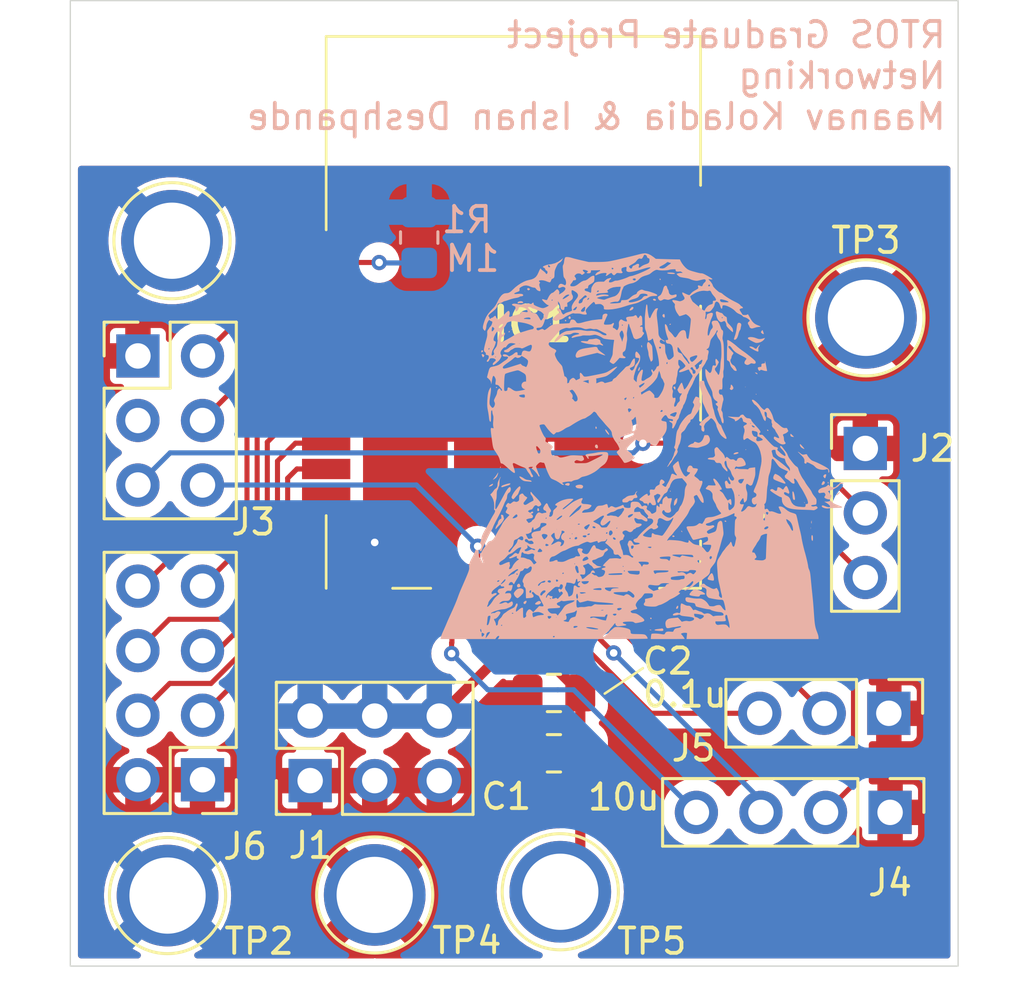
<source format=kicad_pcb>
(kicad_pcb (version 20240108) (generator "pcbnew") (generator_version "8.0")
  (layers (0 "F.Cu" signal) (31 "B.Cu" signal) (34 "B.Paste" user) (35 "F.Paste" user) (36 "B.SilkS" user "B.Silkscreen") (37 "F.SilkS" user "F.Silkscreen") (38 "B.Mask" user) (39 "F.Mask" user) (44 "Edge.Cuts" user))
  (net 0 "")
  (net 1 "GND")
  (net 2 "/1P3V")
  (net 4 "/IRQN")
  (net 5 "/SD_DAT3")
  (net 6 "/GPIO_6")
  (net 7 "/SPI_CLK")
  (net 9 "+3.3V")
  (net 10 "/UART_RX")
  (net 11 "/WAKE")
  (net 12 "/I2C_SCL")
  (net 13 "/SPI_SDI")
  (net 14 "/SD_CLK")
  (net 16 "/GPIO_4")
  (net 17 "/RESET_N")
  (net 18 "/SPI_CS")
  (net 19 "/C_EN")
  (net 20 "/UART_TX")
  (net 21 "Net-(IC1-SDIO_SPI_CFG)")
  (net 23 "/SPI_SDO")
  (net 24 "/I2C_SDA")
  (net 25 "/GPIO_1")
  (footprint "Connector_PinHeader_2.54mm:PinHeader_1x04_P2.54mm_Vertical" (layer "F.Cu") (at 161.575 115.825 -90)
    (property "Reference" "J4" (at 2.775 0 180) (layer "F.SilkS"))
    (property "Value" "GPIO_Conn_01x04")
    (pad "1" thru_hole rect (at 0 0 270) (size 1.7 1.7) (drill 1) (layers "*.Cu" "*.Mask") (net 1 "GND"))
    (pad "2" thru_hole oval (at 0 2.54 270) (size 1.7 1.7) (drill 1) (layers "*.Cu" "*.Mask") (net 6 "/GPIO_6"))
    (pad "3" thru_hole oval (at 0 5.08 270) (size 1.7 1.7) (drill 1) (layers "*.Cu" "*.Mask") (net 16 "/GPIO_4"))
    (pad "4" thru_hole oval (at 0 7.62 270) (size 1.7 1.7) (drill 1) (layers "*.Cu" "*.Mask") (net 25 "/GPIO_1"))
  )
  (footprint "Connector_PinHeader_2.54mm:PinHeader_2x03_P2.54mm_Vertical" (layer "F.Cu") (at 131.985 97.86)
    (property "Reference" "J3" (at 4.54 6.54 0) (layer "F.SilkS"))
    (property "Value" "Misc_Conn_02x03")
    (pad "1" thru_hole rect (at 0 0) (size 1.7 1.7) (drill 1) (layers "*.Cu" "*.Mask") (net 1 "GND"))
    (pad "2" thru_hole oval (at 2.54 0) (size 1.7 1.7) (drill 1) (layers "*.Cu" "*.Mask") (net 11 "/WAKE"))
    (pad "3" thru_hole oval (at 0 2.54) (size 1.7 1.7) (drill 1) (layers "*.Cu" "*.Mask"))
    (pad "4" thru_hole oval (at 2.54 2.54) (size 1.7 1.7) (drill 1) (layers "*.Cu" "*.Mask") (net 4 "/IRQN"))
    (pad "5" thru_hole oval (at 0 5.08) (size 1.7 1.7) (drill 1) (layers "*.Cu" "*.Mask") (net 17 "/RESET_N"))
    (pad "6" thru_hole oval (at 2.54 5.08) (size 1.7 1.7) (drill 1) (layers "*.Cu" "*.Mask") (net 19 "/C_EN"))
  )
  (footprint "Connector_PinHeader_2.54mm:PinHeader_1x03_P2.54mm_Vertical" (layer "F.Cu") (at 160.6 101.5)
    (property "Reference" "J2" (at 2.65 0 0) (layer "F.SilkS"))
    (property "Value" "I2C_Conn_01x03")
    (pad "1" thru_hole rect (at 0 0) (size 1.7 1.7) (drill 1) (layers "*.Cu" "*.Mask") (net 1 "GND"))
    (pad "2" thru_hole oval (at 0 2.54) (size 1.7 1.7) (drill 1) (layers "*.Cu" "*.Mask") (net 24 "/I2C_SDA"))
    (pad "3" thru_hole oval (at 0 5.08) (size 1.7 1.7) (drill 1) (layers "*.Cu" "*.Mask") (net 12 "/I2C_SCL"))
  )
  (footprint "Connector_PinHeader_2.54mm:PinHeader_2x04_P2.54mm_Vertical" (layer "F.Cu") (at 134.525 114.54 180)
    (property "Reference" "J6" (at -1.675 -2.625 0) (layer "F.SilkS"))
    (property "Value" "SPI_Conn_02x04")
    (pad "1" thru_hole rect (at 0 0 180) (size 1.7 1.7) (drill 1) (layers "*.Cu" "*.Mask") (net 1 "GND"))
    (pad "2" thru_hole oval (at 2.54 0 180) (size 1.7 1.7) (drill 1) (layers "*.Cu" "*.Mask") (net 1 "GND"))
    (pad "3" thru_hole oval (at 0 2.54 180) (size 1.7 1.7) (drill 1) (layers "*.Cu" "*.Mask") (net 14 "/SD_CLK"))
    (pad "4" thru_hole oval (at 2.54 2.54 180) (size 1.7 1.7) (drill 1) (layers "*.Cu" "*.Mask") (net 7 "/SPI_CLK"))
    (pad "5" thru_hole oval (at 0 5.08 180) (size 1.7 1.7) (drill 1) (layers "*.Cu" "*.Mask") (net 23 "/SPI_SDO"))
    (pad "6" thru_hole oval (at 2.54 5.08 180) (size 1.7 1.7) (drill 1) (layers "*.Cu" "*.Mask") (net 18 "/SPI_CS"))
    (pad "7" thru_hole oval (at 0 7.62 180) (size 1.7 1.7) (drill 1) (layers "*.Cu" "*.Mask") (net 13 "/SPI_SDI"))
    (pad "8" thru_hole oval (at 2.54 7.62 180) (size 1.7 1.7) (drill 1) (layers "*.Cu" "*.Mask") (net 5 "/SD_DAT3"))
  )
  (footprint "TestPoint:TestPoint_Plated_Hole_D3.0mm" (layer "F.Cu") (at 160.625 96.36)
    (property "Reference" "TP3" (at 0 -3.048 0) (layer "F.SilkS"))
    (property "Value" "GND")
    (pad "1" thru_hole circle (at 0 0) (size 4 4) (drill 3) (layers "*.Cu" "*.Mask") (net 1 "GND"))
  )
  (footprint "TestPoint:TestPoint_Plated_Hole_D3.0mm" (layer "F.Cu") (at 133.15 119.1)
    (property "Reference" "TP2" (at 3.6 1.8 180) (layer "F.SilkS"))
    (property "Value" "3.3V")
    (pad "1" thru_hole circle (at 0 0) (size 4 4) (drill 3) (layers "*.Cu" "*.Mask") (net 9 "+3.3V"))
  )
  (footprint "Capacitor_SMD:C_0805_2012Metric_Pad1.18x1.45mm_HandSolder" (layer "F.Cu") (at 148.35 113.5 180)
    (property "Reference" "C1" (at 1.875 -1.7 180) (layer "F.SilkS"))
    (property "Value" "10u" (at -2.75 -1.725 0) (layer "F.SilkS"))
    (pad "1" smd roundrect (at -1.0375 0 180) (size 1.175 1.45) (layers "F.Cu" "F.Paste" "F.Mask") (roundrect_rratio 0.212766) (net 2 "/1P3V"))
    (pad "2" smd roundrect (at 1.0375 0 180) (size 1.175 1.45) (layers "F.Cu" "F.Paste" "F.Mask") (roundrect_rratio 0.212766) (net 1 "GND"))
  )
  (footprint "TestPoint:TestPoint_Plated_Hole_D3.0mm" (layer "F.Cu") (at 133.325 93.325)
    (property "Reference" "TP1" (hide yes))
    (property "Value" "3.3V")
    (pad "1" thru_hole circle (at 0 0) (size 4 4) (drill 3) (layers "*.Cu" "*.Mask") (net 9 "+3.3V"))
  )
  (footprint "Connector_PinHeader_2.54mm:PinHeader_1x03_P2.54mm_Vertical" (layer "F.Cu") (at 161.525 111.925 -90)
    (property "Reference" "J5" (at 1.375 7.68 0) (layer "F.SilkS"))
    (property "Value" "UART_Conn_01x03")
    (pad "1" thru_hole rect (at 0 0 270) (size 1.7 1.7) (drill 1) (layers "*.Cu" "*.Mask") (net 1 "GND"))
    (pad "2" thru_hole oval (at 0 2.54 270) (size 1.7 1.7) (drill 1) (layers "*.Cu" "*.Mask") (net 20 "/UART_TX"))
    (pad "3" thru_hole oval (at 0 5.08 270) (size 1.7 1.7) (drill 1) (layers "*.Cu" "*.Mask") (net 10 "/UART_RX"))
  )
  (footprint "TestPoint:TestPoint_Plated_Hole_D3.0mm" (layer "F.Cu") (at 148.6 118.95 180)
    (property "Reference" "TP5" (at -3.6 -1.95 180) (layer "F.SilkS"))
    (property "Value" "1P3V")
    (pad "1" thru_hole circle (at 0 0 180) (size 4 4) (drill 3) (layers "*.Cu" "*.Mask") (net 2 "/1P3V"))
  )
  (footprint "Capacitor_SMD:C_0805_2012Metric_Pad1.18x1.45mm_HandSolder" (layer "F.Cu") (at 148.35 111.125 180)
    (property "Reference" "C2" (at -4.475 1.25 180) (layer "F.SilkS"))
    (property "Value" "0.1u" (at -5.15 -0.05 0) (layer "F.SilkS"))
    (pad "1" smd roundrect (at -1.0375 0 180) (size 1.175 1.45) (layers "F.Cu" "F.Paste" "F.Mask") (roundrect_rratio 0.212766) (net 2 "/1P3V"))
    (pad "2" smd roundrect (at 1.0375 0 180) (size 1.175 1.45) (layers "F.Cu" "F.Paste" "F.Mask") (roundrect_rratio 0.212766) (net 1 "GND"))
  )
  (footprint "TestPoint:TestPoint_Plated_Hole_D3.0mm" (layer "F.Cu") (at 141.3 119.075)
    (property "Reference" "TP4" (at 3.625 1.8 180) (layer "F.SilkS"))
    (property "Value" "GND")
    (pad "1" thru_hole circle (at 0 0) (size 4 4) (drill 3) (layers "*.Cu" "*.Mask") (net 1 "GND"))
  )
  (footprint "Connector_PinHeader_2.54mm:PinHeader_2x03_P2.54mm_Vertical" (layer "F.Cu") (at 138.76 114.575 90)
    (property "Reference" "J1" (at -2.55 0.015 0) (layer "F.SilkS"))
    (property "Value" "Conn_02x03_Odd_Even")
    (pad "1" thru_hole rect (at 0 0 90) (size 1.7 1.7) (drill 1) (layers "*.Cu" "*.Mask") (net 1 "GND"))
    (pad "2" thru_hole oval (at 2.54 0 90) (size 1.7 1.7) (drill 1) (layers "*.Cu" "*.Mask") (net 9 "+3.3V"))
    (pad "3" thru_hole oval (at 0 2.54 90) (size 1.7 1.7) (drill 1) (layers "*.Cu" "*.Mask") (net 1 "GND"))
    (pad "4" thru_hole oval (at 2.54 2.54 90) (size 1.7 1.7) (drill 1) (layers "*.Cu" "*.Mask") (net 9 "+3.3V"))
    (pad "5" thru_hole oval (at 0 5.08 90) (size 1.7 1.7) (drill 1) (layers "*.Cu" "*.Mask") (net 1 "GND"))
    (pad "6" thru_hole oval (at 2.54 5.08 90) (size 1.7 1.7) (drill 1) (layers "*.Cu" "*.Mask") (net 9 "+3.3V"))
  )
  (footprint "LIB_ATWILC1000-MR110PB-T:ATWILC1000MR110PBT" (layer "F.Cu") (at 146.755 96.145)
    (property "Reference" "IC1" (at 0.742 0.475 0) (layer "F.SilkS") (effects (font (size 1.27 1.27) (thickness 0.254))))
    (property "Value" "ATWILC1000-MR110PB-T" (hide yes))
    (pad "29" smd rect (at -0.485 4.59 90) (size 3.7 3.7) (layers "F.Cu" "F.Paste" "F.Mask") (net 1 "GND"))
    (pad "J1" smd rect (at 7.365 8.19 90) (size 0.8 1.9) (layers "F.Cu" "F.Paste" "F.Mask") (net 6 "/GPIO_6"))
    (pad "J2" smd rect (at 7.365 7.18 90) (size 0.8 1.9) (layers "F.Cu" "F.Paste" "F.Mask") (net 12 "/I2C_SCL"))
    (pad "J3" smd rect (at 7.365 6.164 90) (size 0.8 1.9) (layers "F.Cu" "F.Paste" "F.Mask") (net 24 "/I2C_SDA"))
    (pad "J4" smd rect (at 7.365 5.148 90) (size 0.8 1.9) (layers "F.Cu" "F.Paste" "F.Mask") (net 17 "/RESET_N"))
    (pad "J5" smd rect (at 7.365 1.084 90) (size 0.8 1.9) (layers "F.Cu" "F.Paste" "F.Mask"))
    (pad "J6" smd rect (at 7.365 -0.948 90) (size 0.8 1.9) (layers "F.Cu" "F.Paste" "F.Mask"))
    (pad "J7" smd rect (at 7.365 -1.964 90) (size 0.8 1.9) (layers "F.Cu" "F.Paste" "F.Mask"))
    (pad "J8" smd rect (at 7.365 -2.98 90) (size 0.8 1.9) (layers "F.Cu" "F.Paste" "F.Mask"))
    (pad "J9" smd rect (at 7.365 -3.996 90) (size 0.8 1.9) (layers "F.Cu" "F.Paste" "F.Mask") (net 1 "GND"))
    (pad "J10" smd rect (at -7.365 -1.964 90) (size 0.8 1.9) (layers "F.Cu" "F.Paste" "F.Mask") (net 21 "Net-(IC1-SDIO_SPI_CFG)"))
    (pad "J11" smd rect (at -7.365 -0.948 90) (size 0.8 1.9) (layers "F.Cu" "F.Paste" "F.Mask") (net 11 "/WAKE"))
    (pad "J12" smd rect (at -7.365 0.068 90) (size 0.8 1.9) (layers "F.Cu" "F.Paste" "F.Mask") (net 1 "GND"))
    (pad "J13" smd rect (at -7.365 1.084 90) (size 0.8 1.9) (layers "F.Cu" "F.Paste" "F.Mask") (net 4 "/IRQN"))
    (pad "J14" smd rect (at -7.365 2.1 90) (size 0.8 1.9) (layers "F.Cu" "F.Paste" "F.Mask") (net 5 "/SD_DAT3"))
    (pad "J15" smd rect (at -7.365 3.116 90) (size 0.8 1.9) (layers "F.Cu" "F.Paste" "F.Mask") (net 13 "/SPI_SDI"))
    (pad "J16" smd rect (at -7.365 4.132 90) (size 0.8 1.9) (layers "F.Cu" "F.Paste" "F.Mask") (net 18 "/SPI_CS"))
    (pad "J17" smd rect (at -7.365 5.148 90) (size 0.8 1.9) (layers "F.Cu" "F.Paste" "F.Mask") (net 23 "/SPI_SDO"))
    (pad "J18" smd rect (at -7.365 6.164 90) (size 0.8 1.9) (layers "F.Cu" "F.Paste" "F.Mask") (net 7 "/SPI_CLK"))
    (pad "J19" smd rect (at -7.365 7.18 90) (size 0.8 1.9) (layers "F.Cu" "F.Paste" "F.Mask") (net 14 "/SD_CLK"))
    (pad "J20" smd rect (at -5.465 10.86) (size 0.8 1.9) (layers "F.Cu" "F.Paste" "F.Mask") (net 9 "+3.3V"))
    (pad "J21" smd rect (at -2.417 10.86) (size 0.8 1.9) (layers "F.Cu" "F.Paste" "F.Mask") (net 25 "/GPIO_1"))
    (pad "J22" smd rect (at -1.401 10.86) (size 0.8 1.9) (layers "F.Cu" "F.Paste" "F.Mask") (net 19 "/C_EN"))
    (pad "J23" smd rect (at -0.385 10.86) (size 0.8 1.9) (layers "F.Cu" "F.Paste" "F.Mask") (net 9 "+3.3V"))
    (pad "J24" smd rect (at 0.631 10.86) (size 0.8 1.9) (layers "F.Cu" "F.Paste" "F.Mask") (net 2 "/1P3V"))
    (pad "J25" smd rect (at 1.647 10.86) (size 0.8 1.9) (layers "F.Cu" "F.Paste" "F.Mask") (net 10 "/UART_RX"))
    (pad "J26" smd rect (at 2.663 10.86) (size 0.8 1.9) (layers "F.Cu" "F.Paste" "F.Mask") (net 16 "/GPIO_4"))
    (pad "J27" smd rect (at 3.679 10.86) (size 0.8 1.9) (layers "F.Cu" "F.Paste" "F.Mask") (net 20 "/UART_TX"))
    (pad "J28" smd rect (at 4.695 10.86) (size 0.8 1.9) (layers "F.Cu" "F.Paste" "F.Mask") (net 1 "GND"))
  )
  (footprint "footprints:troll" (layer "B.Cu") (at 149.475 99.625 180)
    (property "Reference" "G***" (at 0 0 0) (layer "B.SilkS") (effects (font (size 1.5 1.5) (thickness 0.3)) (justify mirror)))
    (property "Value" "LOGO" (hide yes))
  )
  (footprint "Resistor_SMD:R_0805_2012Metric_Pad1.20x1.40mm_HandSolder" (layer "B.Cu") (at 143.05 93.2 -90)
    (property "Reference" "R1" (at -0.7 -1.875 0) (layer "B.SilkS") (effects (justify mirror)))
    (property "Value" "1M" (at 0.825 -2.1 0) (layer "B.SilkS") (effects (justify mirror)))
    (pad "1" smd roundrect (at -1 0 270) (size 1.2 1.4) (layers "B.Cu" "B.Paste" "B.Mask") (roundrect_rratio 0.208333) (net 9 "+3.3V"))
    (pad "2" smd roundrect (at 1 0 270) (size 1.2 1.4) (layers "B.Cu" "B.Paste" "B.Mask") (roundrect_rratio 0.208333) (net 21 "Net-(IC1-SDIO_SPI_CFG)"))
  )
  (gr_line (start 150.35 111.15) (end 151.85 110.15) (stroke (width 0.1)) (layer "F.SilkS"))
  (gr_rect (start 129.325 83.875) (end 164.25 121.875) (stroke (width 0.05)) (fill none) (layer "Edge.Cuts"))
  (gr_text "RTOS Graduate Project\nNetworking\nMaanav Koladia & Ishan Deshpande" (at 163.85 89.025 -0) (layer "B.SilkS") (effects (font (size 1 1)) (justify left bottom mirror)))
  (segment (start 141.748 96.213) (end 146.27 100.735) (width 0.6) (layer "F.Cu") (net 1))
  (segment (start 139.39 96.213) (end 141.748 96.213) (width 0.6) (layer "F.Cu") (net 1))
  (segment (start 137.937 96.213) (end 137.925 96.225) (width 0.6) (layer "F.Cu") (net 1))
  (segment (start 154.12 92.149) (end 156.414 92.149) (width 0.6) (layer "F.Cu") (net 1))
  (segment (start 139.39 96.213) (end 137.937 96.213) (width 0.6) (layer "F.Cu") (net 1))
  (segment (start 156.414 92.149) (end 160.625 96.36) (width 0.6) (layer "F.Cu") (net 1))
  (segment (start 149.3875 118.1625) (end 148.6 118.95) (width 0.4) (layer "F.Cu") (net 2))
  (segment (start 149.3875 113.5) (end 149.3875 118.1625) (width 0.4) (layer "F.Cu") (net 2))
  (segment (start 147.386 109.1235) (end 149.3875 111.125) (width 0.4) (layer "F.Cu") (net 2))
  (segment (start 147.386 107.005) (end 147.386 109.1235) (width 0.4) (layer "F.Cu") (net 2))
  (segment (start 149.3875 111.125) (end 149.3875 113.5) (width 0.4) (layer "F.Cu") (net 2))
  (segment (start 137.696 97.229) (end 139.39 97.229) (width 0.2) (layer "F.Cu") (net 4))
  (segment (start 134.525 100.4) (end 137.696 97.229) (width 0.2) (layer "F.Cu") (net 4))
  (segment (start 136.275 100.1) (end 138.13 98.245) (width 0.2) (layer "F.Cu") (net 5))
  (segment (start 134.191346 104.9) (end 135.975 104.9) (width 0.2) (layer "F.Cu") (net 5))
  (segment (start 136.275 104.6) (end 136.275 100.1) (width 0.2) (layer "F.Cu") (net 5))
  (segment (start 135.975 104.9) (end 136.275 104.6) (width 0.2) (layer "F.Cu") (net 5))
  (segment (start 132.171346 106.92) (end 134.191346 104.9) (width 0.2) (layer "F.Cu") (net 5))
  (segment (start 138.13 98.245) (end 139.39 98.245) (width 0.2) (layer "F.Cu") (net 5))
  (segment (start 131.985 106.92) (end 132.171346 106.92) (width 0.2) (layer "F.Cu") (net 5))
  (segment (start 160.135 110.35) (end 154.12 104.335) (width 0.2) (layer "F.Cu") (net 6))
  (segment (start 160.135 114.725) (end 160.135 110.35) (width 0.2) (layer "F.Cu") (net 6))
  (segment (start 159.035 115.825) (end 160.135 114.725) (width 0.2) (layer "F.Cu") (net 6))
  (segment (start 138.24 102.309) (end 137.875 102.674) (width 0.2) (layer "F.Cu") (net 7))
  (segment (start 137.875 102.674) (end 137.875 107.736346) (width 0.2) (layer "F.Cu") (net 7))
  (segment (start 137.875 107.736346) (end 134.861346 110.75) (width 0.2) (layer "F.Cu") (net 7))
  (segment (start 139.39 102.309) (end 138.24 102.309) (width 0.2) (layer "F.Cu") (net 7))
  (segment (start 133.235 110.75) (end 131.985 112) (width 0.2) (layer "F.Cu") (net 7))
  (segment (start 134.861346 110.75) (end 133.235 110.75) (width 0.2) (layer "F.Cu") (net 7))
  (segment (start 141.29 112.025) (end 141.3 112.035) (width 0.2) (layer "F.Cu") (net 9))
  (segment (start 141.29 107.005) (end 141.29 105.21) (width 0.4) (layer "F.Cu") (net 9))
  (segment (start 146.37 109.505) (end 143.84 112.035) (width 0.4) (layer "F.Cu") (net 9))
  (segment (start 141.29 105.21) (end 141.3 105.2) (width 0.4) (layer "F.Cu") (net 9))
  (segment (start 146.37 107.005) (end 146.37 109.505) (width 0.4) (layer "F.Cu") (net 9))
  (via (at 141.3 105.2) (size 0.6) (drill 0.3) (layers "F.Cu" "B.Cu") (net 9))
  (segment (start 152.172 111.925) (end 156.445 111.925) (width 0.2) (layer "F.Cu") (net 10))
  (segment (start 148.402 108.155) (end 152.172 111.925) (width 0.2) (layer "F.Cu") (net 10))
  (segment (start 148.402 107.005) (end 148.402 108.155) (width 0.2) (layer "F.Cu") (net 10))
  (segment (start 137.188 95.197) (end 139.39 95.197) (width 0.2) (layer "F.Cu") (net 11))
  (segment (start 134.525 97.86) (end 137.188 95.197) (width 0.2) (layer "F.Cu") (net 11))
  (segment (start 154.12 103.325) (end 157.345 103.325) (width 0.2) (layer "F.Cu") (net 12))
  (segment (start 157.345 103.325) (end 160.6 106.58) (width 0.2) (layer "F.Cu") (net 12))
  (segment (start 139.39 99.261) (end 137.679686 99.261) (width 0.2) (layer "F.Cu") (net 13))
  (segment (start 137.679686 99.261) (end 136.675 100.265686) (width 0.2) (layer "F.Cu") (net 13))
  (segment (start 136.675 104.77) (end 134.525 106.92) (width 0.2) (layer "F.Cu") (net 13))
  (segment (start 136.675 100.265686) (end 136.675 104.77) (width 0.2) (layer "F.Cu") (net 13))
  (segment (start 139.39 107.135) (end 134.525 112) (width 0.2) (layer "F.Cu") (net 14))
  (segment (start 139.39 103.325) (end 139.39 107.135) (width 0.2) (layer "F.Cu") (net 14))
  (segment (start 150.7 109.55) (end 149.418 108.268) (width 0.2) (layer "F.Cu") (net 16))
  (segment (start 149.418 108.268) (end 149.418 107.005) (width 0.2) (layer "F.Cu") (net 16))
  (via (at 150.7 109.55) (size 0.6) (drill 0.3) (layers "F.Cu" "B.Cu") (net 16))
  (segment (start 156.495 115.345) (end 150.7 109.55) (width 0.2) (layer "B.Cu") (net 16))
  (segment (start 156.495 115.825) (end 156.495 115.345) (width 0.2) (layer "B.Cu") (net 16))
  (segment (start 151.857 101.293) (end 154.12 101.293) (width 0.2) (layer "F.Cu") (net 17))
  (segment (start 151.85 101.3) (end 151.857 101.293) (width 0.2) (layer "F.Cu") (net 17))
  (via (at 151.85 101.3) (size 0.6) (drill 0.3) (layers "F.Cu" "B.Cu") (net 17))
  (segment (start 133.25 101.675) (end 151.475 101.675) (width 0.2) (layer "B.Cu") (net 17))
  (segment (start 151.475 101.675) (end 151.85 101.3) (width 0.2) (layer "B.Cu") (net 17))
  (segment (start 131.985 102.94) (end 133.25 101.675) (width 0.2) (layer "B.Cu") (net 17))
  (segment (start 137.075 101.25) (end 138.048 100.277) (width 0.2) (layer "F.Cu") (net 18))
  (segment (start 133.22 108.225) (end 135.675 108.225) (width 0.2) (layer "F.Cu") (net 18))
  (segment (start 138.048 100.277) (end 139.39 100.277) (width 0.2) (layer "F.Cu") (net 18))
  (segment (start 131.985 109.46) (end 133.22 108.225) (width 0.2) (layer "F.Cu") (net 18))
  (segment (start 137.075 106.825) (end 137.075 101.25) (width 0.2) (layer "F.Cu") (net 18))
  (segment (start 135.675 108.225) (end 137.075 106.825) (width 0.2) (layer "F.Cu") (net 18))
  (segment (start 145.354 107.005) (end 145.354 105.354) (width 0.2) (layer "F.Cu") (net 19))
  (segment (start 145.354 105.354) (end 145.35 105.35) (width 0.2) (layer "F.Cu") (net 19))
  (via (at 145.35 105.35) (size 0.6) (drill 0.3) (layers "F.Cu" "B.Cu") (net 19))
  (segment (start 145.35 105.35) (end 142.94 102.94) (width 0.2) (layer "B.Cu") (net 19))
  (segment (start 142.94 102.94) (end 134.525 102.94) (width 0.2) (layer "B.Cu") (net 19))
  (segment (start 158.985 111.925) (end 156.185 109.125) (width 0.2) (layer "F.Cu") (net 20))
  (segment (start 150.434 108.084) (end 150.434 107.005) (width 0.2) (layer "F.Cu") (net 20))
  (segment (start 156.185 109.125) (end 151.475 109.125) (width 0.2) (layer "F.Cu") (net 20))
  (segment (start 151.475 109.125) (end 150.434 108.084) (width 0.2) (layer "F.Cu") (net 20))
  (segment (start 139.359 94.15) (end 139.39 94.181) (width 0.2) (layer "F.Cu") (net 21))
  (segment (start 141.472197 94.181) (end 139.39 94.181) (width 0.2) (layer "F.Cu") (net 21))
  (segment (start 141.475 94.183803) (end 141.472197 94.181) (width 0.2) (layer "F.Cu") (net 21))
  (via (at 141.475 94.183803) (size 0.6) (drill 0.3) (layers "F.Cu" "B.Cu") (net 21))
  (segment (start 143.05 94.2) (end 141.491197 94.2) (width 0.2) (layer "B.Cu") (net 21))
  (segment (start 141.491197 94.2) (end 141.475 94.183803) (width 0.2) (layer "B.Cu") (net 21))
  (segment (start 137.475 102) (end 137.475 107.1) (width 0.2) (layer "F.Cu") (net 23))
  (segment (start 135.115 109.46) (end 134.525 109.46) (width 0.2) (layer "F.Cu") (net 23))
  (segment (start 139.39 101.293) (end 138.182 101.293) (width 0.2) (layer "F.Cu") (net 23))
  (segment (start 137.475 107.1) (end 135.115 109.46) (width 0.2) (layer "F.Cu") (net 23))
  (segment (start 138.182 101.293) (end 137.475 102) (width 0.2) (layer "F.Cu") (net 23))
  (segment (start 158.869 102.309) (end 160.6 104.04) (width 0.2) (layer "F.Cu") (net 24))
  (segment (start 154.12 102.309) (end 158.869 102.309) (width 0.2) (layer "F.Cu") (net 24))
  (segment (start 144.338 109.137) (end 144.338 107.005) (width 0.2) (layer "F.Cu") (net 25))
  (segment (start 144.325 109.575) (end 144.325 109.15) (width 0.2) (layer "F.Cu") (net 25))
  (segment (start 144.325 109.15) (end 144.338 109.137) (width 0.2) (layer "F.Cu") (net 25))
  (via (at 144.325 109.575) (size 0.6) (drill 0.3) (layers "F.Cu" "B.Cu") (net 25))
  (segment (start 145.75 111) (end 144.325 109.575) (width 0.2) (layer "B.Cu") (net 25))
  (segment (start 149.13 111) (end 148.5 111) (width 0.2) (layer "B.Cu") (net 25))
  (segment (start 153.955 115.825) (end 149.13 111) (width 0.2) (layer "B.Cu") (net 25))
  (segment (start 148.5 111) (end 145.75 111) (width 0.2) (layer "B.Cu") (net 25))
  (zone (net 1) (net_name "GND") (layer "F.Cu") (connect_pads (clearance 0.5)) (min_thickness 0.25) (fill yes (thermal_gap 0.25) (thermal_bridge_width 1))
    (polygon (pts (xy 129.3 90.375) (xy 164.225 90.375) (xy 164.25 121.875) (xy 129.325 121.875)))
  )
  (zone (net 9) (net_name "+3.3V") (layer "B.Cu") (priority 1) (connect_pads (clearance 0.5)) (min_thickness 0.25) (fill yes (thermal_gap 0.5) (thermal_bridge_width 1))
    (polygon (pts (xy 129.325 121.875) (xy 129.325 90.375) (xy 164.25 90.375) (xy 164.25 121.875)))
  )
)
</source>
